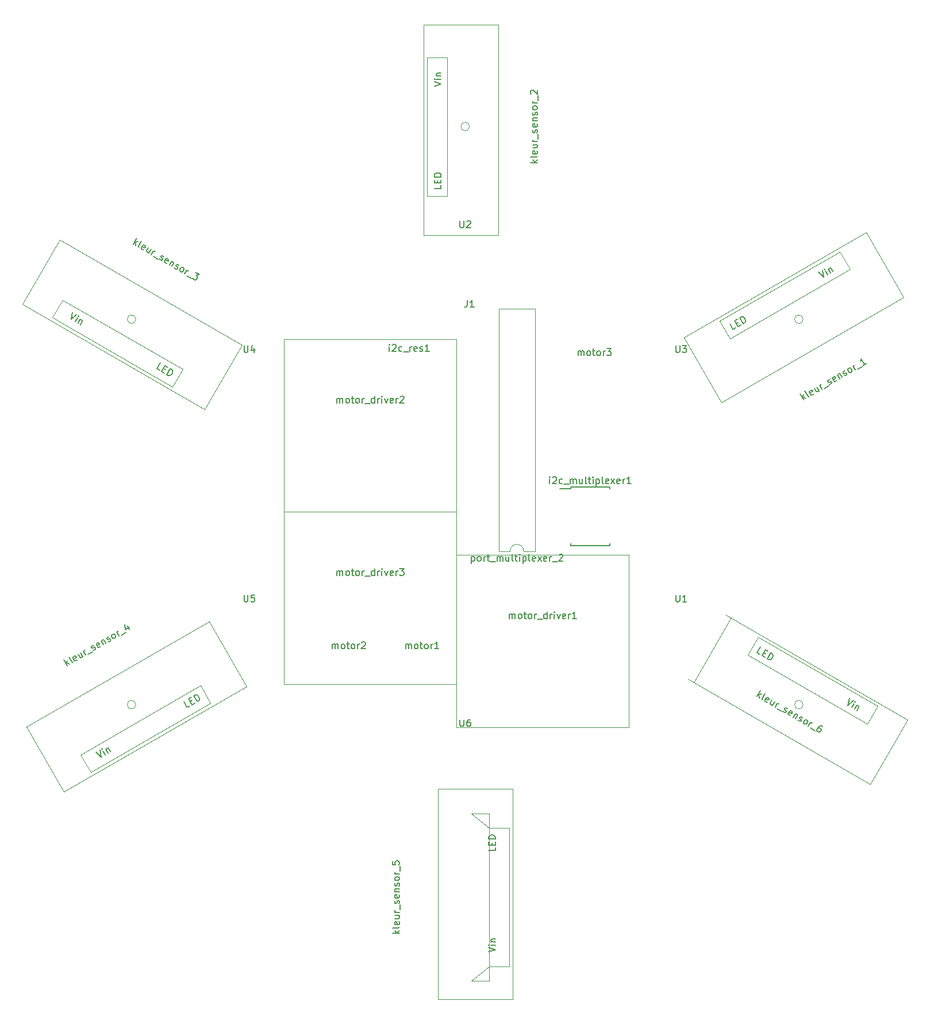
<source format=gbr>
%TF.GenerationSoftware,KiCad,Pcbnew,5.1.9+dfsg1-1+deb11u1*%
%TF.CreationDate,2024-06-24T23:38:04+02:00*%
%TF.ProjectId,pcb_onder,7063625f-6f6e-4646-9572-2e6b69636164,rev?*%
%TF.SameCoordinates,Original*%
%TF.FileFunction,Legend,Top*%
%TF.FilePolarity,Positive*%
%FSLAX46Y46*%
G04 Gerber Fmt 4.6, Leading zero omitted, Abs format (unit mm)*
G04 Created by KiCad (PCBNEW 5.1.9+dfsg1-1+deb11u1) date 2024-06-24 23:38:04*
%MOMM*%
%LPD*%
G01*
G04 APERTURE LIST*
%ADD10C,0.120000*%
%ADD11C,0.150000*%
G04 APERTURE END LIST*
D10*
%TO.C,kleur_sensor_6*%
X148012060Y-126708997D02*
X153512060Y-117182718D01*
X173992822Y-141708997D02*
X147146035Y-126208997D01*
X179492822Y-132182718D02*
X173992822Y-141708997D01*
X152646035Y-116682718D02*
X179492822Y-132182718D01*
X157418982Y-120015730D02*
X175085900Y-130215730D01*
X155918982Y-122613807D02*
X157418982Y-120015730D01*
X155918982Y-122613807D02*
X173585900Y-132813807D01*
X175085900Y-130215730D02*
X173585900Y-132813807D01*
X164081941Y-129974999D02*
G75*
G03*
X164081941Y-129974999I-635000J0D01*
G01*
%TO.C,kleur_sensor_1*%
X152035035Y-85458998D02*
X146535035Y-75932719D01*
X178881822Y-69958998D02*
X152035035Y-85458998D01*
X173381822Y-60432719D02*
X178881822Y-69958998D01*
X146535035Y-75932719D02*
X173381822Y-60432719D01*
X151807982Y-73465731D02*
X169474900Y-63265731D01*
X153307982Y-76063808D02*
X151807982Y-73465731D01*
X153307982Y-76063808D02*
X170974900Y-65863808D01*
X169474900Y-63265731D02*
X170974900Y-65863808D01*
X164081941Y-73225000D02*
G75*
G03*
X164081941Y-73225000I-635000J0D01*
G01*
%TO.C,kleur_sensor_4*%
X76564965Y-117741001D02*
X82064965Y-127267280D01*
X49718178Y-133241001D02*
X76564965Y-117741001D01*
X55218178Y-142767280D02*
X49718178Y-133241001D01*
X82064965Y-127267280D02*
X55218178Y-142767280D01*
X76792018Y-129734268D02*
X59125100Y-139934268D01*
X75292018Y-127136191D02*
X76792018Y-129734268D01*
X75292018Y-127136191D02*
X57625100Y-137336191D01*
X59125100Y-139934268D02*
X57625100Y-137336191D01*
X65788059Y-129974999D02*
G75*
G03*
X65788059Y-129974999I-635000J0D01*
G01*
%TO.C,kleur_sensor_2*%
X119189000Y-60850000D02*
X108189000Y-60850000D01*
X119189000Y-29850000D02*
X119189000Y-60850000D01*
X108189000Y-29850000D02*
X119189000Y-29850000D01*
X108189000Y-60850000D02*
X108189000Y-29850000D01*
X108689000Y-55050000D02*
X108689000Y-34650000D01*
X111689000Y-55050000D02*
X108689000Y-55050000D01*
X111689000Y-55050000D02*
X111689000Y-34650000D01*
X108689000Y-34650000D02*
X111689000Y-34650000D01*
X114935000Y-44850000D02*
G75*
G03*
X114935000Y-44850000I-635000J0D01*
G01*
%TO.C,kleur_sensor_3*%
X81453965Y-76991002D02*
X75953965Y-86517281D01*
X54607178Y-61491002D02*
X81453965Y-76991002D01*
X49107178Y-71017281D02*
X54607178Y-61491002D01*
X75953965Y-86517281D02*
X49107178Y-71017281D01*
X71181018Y-83184269D02*
X53514100Y-72984269D01*
X72681018Y-80586192D02*
X71181018Y-83184269D01*
X72681018Y-80586192D02*
X55014100Y-70386192D01*
X53514100Y-72984269D02*
X55014100Y-70386192D01*
X65788059Y-73225000D02*
G75*
G03*
X65788059Y-73225000I-635000J0D01*
G01*
%TO.C,kleur_sensor_5*%
X110300000Y-142350000D02*
X121300000Y-142350000D01*
X110300000Y-173350000D02*
X110300000Y-142350000D01*
X121300000Y-173350000D02*
X110300000Y-173350000D01*
X121300000Y-142350000D02*
X121300000Y-173350000D01*
X120800000Y-148150000D02*
X120800000Y-168550000D01*
X117800000Y-148150000D02*
X120800000Y-148150000D01*
X117800000Y-148150000D02*
X117800000Y-168550000D01*
X120800000Y-168550000D02*
X117800000Y-168550000D01*
X117800000Y-168550000D02*
X117800000Y-170650000D01*
X117800000Y-170650000D02*
X115200000Y-170650000D01*
X115200000Y-170650000D02*
X117800000Y-168550000D01*
X117800000Y-148150000D02*
X117800000Y-146050000D01*
X117800000Y-146050000D02*
X115200000Y-146050000D01*
X115200000Y-146050000D02*
X117800000Y-148150000D01*
%TO.C,port_multiplexer_2*%
X119270000Y-107375000D02*
X120920000Y-107375000D01*
X119270000Y-71695000D02*
X119270000Y-107375000D01*
X124570000Y-71695000D02*
X119270000Y-71695000D01*
X124570000Y-107375000D02*
X124570000Y-71695000D01*
X122920000Y-107375000D02*
X124570000Y-107375000D01*
X120920000Y-107375000D02*
G75*
G02*
X122920000Y-107375000I1000000J0D01*
G01*
%TO.C,motor_driver3*%
X87630000Y-127000000D02*
X87630000Y-101600000D01*
X113030000Y-127000000D02*
X87630000Y-127000000D01*
X113030000Y-101600000D02*
X113030000Y-127000000D01*
X100330000Y-101600000D02*
X113030000Y-101600000D01*
X100330000Y-101600000D02*
X87630000Y-101600000D01*
%TO.C,motor_driver2*%
X87630000Y-101600000D02*
X87630000Y-76200000D01*
X113030000Y-101600000D02*
X87630000Y-101600000D01*
X113030000Y-76200000D02*
X113030000Y-101600000D01*
X100330000Y-76200000D02*
X113030000Y-76200000D01*
X100330000Y-76200000D02*
X87630000Y-76200000D01*
%TO.C,motor_driver1*%
X113030000Y-133350000D02*
X113030000Y-107950000D01*
X138430000Y-133350000D02*
X113030000Y-133350000D01*
X138430000Y-107950000D02*
X138430000Y-133350000D01*
X125730000Y-107950000D02*
X138430000Y-107950000D01*
X125730000Y-107950000D02*
X113030000Y-107950000D01*
D11*
%TO.C,i2c_multiplexer1*%
X129840000Y-98135000D02*
X128240000Y-98135000D01*
X129840000Y-106560000D02*
X135590000Y-106560000D01*
X129840000Y-97910000D02*
X135590000Y-97910000D01*
X129840000Y-106560000D02*
X129840000Y-106260000D01*
X135590000Y-106560000D02*
X135590000Y-106260000D01*
X135590000Y-97910000D02*
X135590000Y-98210000D01*
X129840000Y-97910000D02*
X129840000Y-98135000D01*
%TO.C,kleur_sensor_6*%
X157278892Y-128769325D02*
X157778892Y-127903300D01*
X157551846Y-128487030D02*
X157608806Y-128959801D01*
X157942139Y-128382451D02*
X157421749Y-128521889D01*
X158103678Y-129245515D02*
X158045009Y-129156657D01*
X158051388Y-129050369D01*
X158479960Y-128308061D01*
X158787316Y-129585229D02*
X158681028Y-129578849D01*
X158516071Y-129483611D01*
X158457402Y-129394752D01*
X158463781Y-129288464D01*
X158654258Y-128958550D01*
X158743116Y-128899881D01*
X158849404Y-128906260D01*
X159014361Y-129001499D01*
X159073030Y-129090357D01*
X159066651Y-129196645D01*
X159019032Y-129279124D01*
X158559019Y-129123507D01*
X159880387Y-129501499D02*
X159547053Y-130078849D01*
X159509233Y-129287213D02*
X159247328Y-129740845D01*
X159240948Y-129847133D01*
X159299617Y-129935992D01*
X159423335Y-130007420D01*
X159529624Y-130013800D01*
X159594672Y-129996370D01*
X159959446Y-130316944D02*
X160292780Y-129739594D01*
X160197542Y-129904551D02*
X160286400Y-129845882D01*
X160351449Y-129828452D01*
X160457737Y-129834832D01*
X160540216Y-129882451D01*
X160241742Y-130589899D02*
X160901571Y-130970851D01*
X161137956Y-130942371D02*
X161196625Y-131031230D01*
X161361583Y-131126468D01*
X161467871Y-131132848D01*
X161556729Y-131074179D01*
X161580539Y-131032939D01*
X161586918Y-130926651D01*
X161528249Y-130837793D01*
X161404531Y-130766364D01*
X161345862Y-130677506D01*
X161352242Y-130571218D01*
X161376052Y-130529978D01*
X161464910Y-130471309D01*
X161571198Y-130477689D01*
X161694916Y-130549118D01*
X161753585Y-130637976D01*
X162210178Y-131561419D02*
X162103890Y-131555039D01*
X161938933Y-131459801D01*
X161880264Y-131370943D01*
X161886644Y-131264655D01*
X162077120Y-130934740D01*
X162165978Y-130876071D01*
X162272266Y-130882451D01*
X162437224Y-130977689D01*
X162495893Y-131066547D01*
X162489513Y-131172835D01*
X162441894Y-131255314D01*
X161981882Y-131099697D01*
X162932095Y-131263403D02*
X162598762Y-131840754D01*
X162884476Y-131345882D02*
X162949525Y-131328452D01*
X163055813Y-131334832D01*
X163179531Y-131406260D01*
X163238200Y-131495119D01*
X163231820Y-131601407D01*
X162969916Y-132055039D01*
X163364879Y-132228086D02*
X163423548Y-132316944D01*
X163588505Y-132412182D01*
X163694793Y-132418562D01*
X163783652Y-132359893D01*
X163807461Y-132318653D01*
X163813841Y-132212365D01*
X163755172Y-132123507D01*
X163631454Y-132052078D01*
X163572785Y-131963220D01*
X163579165Y-131856932D01*
X163602974Y-131815693D01*
X163691832Y-131757024D01*
X163798121Y-131763403D01*
X163921839Y-131834832D01*
X163980508Y-131923690D01*
X164207095Y-132769325D02*
X164148426Y-132680467D01*
X164130996Y-132615418D01*
X164137376Y-132509130D01*
X164280233Y-132261694D01*
X164369091Y-132203025D01*
X164434140Y-132185595D01*
X164540428Y-132191975D01*
X164664146Y-132263403D01*
X164722815Y-132352262D01*
X164740245Y-132417310D01*
X164733865Y-132523599D01*
X164591008Y-132771034D01*
X164502150Y-132829704D01*
X164437101Y-132847133D01*
X164330813Y-132840754D01*
X164207095Y-132769325D01*
X164866924Y-133150277D02*
X165200257Y-132572927D01*
X165105019Y-132737884D02*
X165193877Y-132679215D01*
X165258926Y-132661785D01*
X165365214Y-132668165D01*
X165447693Y-132715784D01*
X165149219Y-133423232D02*
X165809048Y-133804185D01*
X166934017Y-133189014D02*
X166769060Y-133093776D01*
X166662772Y-133087396D01*
X166597723Y-133104826D01*
X166443816Y-133180925D01*
X166307338Y-133322072D01*
X166116862Y-133651987D01*
X166110483Y-133758275D01*
X166127912Y-133823324D01*
X166186581Y-133912182D01*
X166351539Y-134007420D01*
X166457827Y-134013800D01*
X166522876Y-133996370D01*
X166611734Y-133937701D01*
X166730782Y-133731505D01*
X166737161Y-133625216D01*
X166719732Y-133560168D01*
X166661062Y-133471309D01*
X166496105Y-133376071D01*
X166389817Y-133369691D01*
X166324768Y-133387121D01*
X166235910Y-133445790D01*
X170896283Y-129024740D02*
X170684958Y-130057432D01*
X171473633Y-129358073D01*
X171262308Y-130390765D02*
X171595642Y-129813415D01*
X171762308Y-129524740D02*
X171697260Y-129542170D01*
X171714689Y-129607218D01*
X171779738Y-129589789D01*
X171762308Y-129524740D01*
X171714689Y-129607218D01*
X172008035Y-130051510D02*
X171674701Y-130628860D01*
X171960416Y-130133989D02*
X172025465Y-130116559D01*
X172131753Y-130122939D01*
X172255471Y-130194367D01*
X172314140Y-130283226D01*
X172307760Y-130389514D01*
X172045855Y-130843146D01*
X157735816Y-122581241D02*
X157323423Y-122343146D01*
X157823423Y-121477121D01*
X158286396Y-122294276D02*
X158575071Y-122460942D01*
X158436885Y-122986003D02*
X158024492Y-122747908D01*
X158524492Y-121881883D01*
X158936885Y-122119978D01*
X158808038Y-123200289D02*
X159308038Y-122334264D01*
X159514235Y-122453311D01*
X159614143Y-122565979D01*
X159649003Y-122696077D01*
X159642623Y-122802365D01*
X159588624Y-122991132D01*
X159517196Y-123114849D01*
X159380718Y-123255997D01*
X159291860Y-123314666D01*
X159161762Y-123349526D01*
X159014235Y-123319337D01*
X158808038Y-123200289D01*
%TO.C,kleur_sensor_1*%
X164154948Y-85070353D02*
X163654948Y-84204327D01*
X164046951Y-84692819D02*
X164484863Y-84879877D01*
X164151530Y-84302526D02*
X164012091Y-84822917D01*
X164979735Y-84594162D02*
X164873446Y-84600542D01*
X164784588Y-84541873D01*
X164356017Y-83799565D01*
X165615754Y-84171971D02*
X165557085Y-84260829D01*
X165392128Y-84356067D01*
X165285839Y-84362447D01*
X165196981Y-84303778D01*
X165006505Y-83973863D01*
X165000125Y-83867575D01*
X165058794Y-83778717D01*
X165223752Y-83683479D01*
X165330040Y-83677099D01*
X165418898Y-83735768D01*
X165466517Y-83818247D01*
X165101743Y-84138821D01*
X166089777Y-83183479D02*
X166423110Y-83760829D01*
X165718623Y-83397764D02*
X165980528Y-83851397D01*
X166069386Y-83910066D01*
X166175674Y-83903686D01*
X166299392Y-83832258D01*
X166358061Y-83743399D01*
X166375491Y-83678350D01*
X166835503Y-83522734D02*
X166502170Y-82945383D01*
X166597408Y-83110341D02*
X166591028Y-83004053D01*
X166608458Y-82939004D01*
X166667127Y-82850145D01*
X166749606Y-82802526D01*
X167213037Y-83414736D02*
X167872866Y-83033784D01*
X167966394Y-82814828D02*
X168072682Y-82808448D01*
X168237640Y-82713210D01*
X168296309Y-82624352D01*
X168289929Y-82518063D01*
X168266119Y-82476824D01*
X168177261Y-82418155D01*
X168070973Y-82424535D01*
X167947255Y-82495963D01*
X167840967Y-82502343D01*
X167752109Y-82443674D01*
X167728299Y-82402435D01*
X167721919Y-82296147D01*
X167780588Y-82207288D01*
X167904306Y-82135860D01*
X168010594Y-82129480D01*
X169038616Y-82195780D02*
X168979947Y-82284639D01*
X168814990Y-82379877D01*
X168708702Y-82386256D01*
X168619843Y-82327587D01*
X168429367Y-81997673D01*
X168422988Y-81891385D01*
X168481657Y-81802526D01*
X168646614Y-81707288D01*
X168752902Y-81700909D01*
X168841760Y-81759578D01*
X168889379Y-81842056D01*
X168524605Y-82162630D01*
X169141485Y-81421574D02*
X169474819Y-81998924D01*
X169189105Y-81504053D02*
X169206534Y-81439004D01*
X169265203Y-81350145D01*
X169388921Y-81278717D01*
X169495209Y-81272337D01*
X169584068Y-81331006D01*
X169845973Y-81784639D01*
X170193317Y-81529113D02*
X170299605Y-81522734D01*
X170464562Y-81427496D01*
X170523231Y-81338637D01*
X170516851Y-81232349D01*
X170493042Y-81191110D01*
X170404184Y-81132441D01*
X170297895Y-81138821D01*
X170174178Y-81210249D01*
X170067889Y-81216629D01*
X169979031Y-81157960D01*
X169955222Y-81116720D01*
X169948842Y-81010432D01*
X170007511Y-80921574D01*
X170131229Y-80850145D01*
X170237517Y-80843766D01*
X171083152Y-81070353D02*
X170976864Y-81076733D01*
X170911815Y-81059303D01*
X170822956Y-81000634D01*
X170680099Y-80753198D01*
X170673720Y-80646910D01*
X170691149Y-80581861D01*
X170749818Y-80493003D01*
X170873536Y-80421574D01*
X170979824Y-80415194D01*
X171044873Y-80432624D01*
X171133732Y-80491293D01*
X171276589Y-80738729D01*
X171282968Y-80845017D01*
X171265539Y-80910066D01*
X171206870Y-80998924D01*
X171083152Y-81070353D01*
X171742981Y-80689400D02*
X171409647Y-80112050D01*
X171504885Y-80277007D02*
X171498506Y-80170719D01*
X171515935Y-80105670D01*
X171574604Y-80016812D01*
X171657083Y-79969193D01*
X172120514Y-80581403D02*
X172780343Y-80200450D01*
X173392553Y-79737019D02*
X172897681Y-80022734D01*
X173145117Y-79879877D02*
X172645117Y-79013851D01*
X172634067Y-79185188D01*
X172599207Y-79315286D01*
X172540538Y-79404144D01*
X166348664Y-66298550D02*
X167137339Y-66997909D01*
X166926014Y-65965217D01*
X167714689Y-66664576D02*
X167381356Y-66087225D01*
X167214689Y-65798550D02*
X167197260Y-65863599D01*
X167262308Y-65881029D01*
X167279738Y-65815980D01*
X167214689Y-65798550D01*
X167262308Y-65881029D01*
X167793749Y-65849130D02*
X168127082Y-66426480D01*
X167841368Y-65931609D02*
X167858798Y-65866560D01*
X167917467Y-65777702D01*
X168041185Y-65706273D01*
X168147473Y-65699893D01*
X168236331Y-65758562D01*
X168498236Y-66212195D01*
X154188197Y-74474099D02*
X153775804Y-74712195D01*
X153275804Y-73846169D01*
X154214968Y-73853800D02*
X154503643Y-73687134D01*
X154889266Y-74069338D02*
X154476872Y-74307433D01*
X153976872Y-73441407D01*
X154389266Y-73203312D01*
X155260419Y-73855052D02*
X154760419Y-72989026D01*
X154966616Y-72869979D01*
X155114143Y-72839790D01*
X155244241Y-72874649D01*
X155333099Y-72933318D01*
X155469577Y-73074466D01*
X155541005Y-73198184D01*
X155595004Y-73386951D01*
X155601384Y-73493239D01*
X155566524Y-73623336D01*
X155466616Y-73736004D01*
X155260419Y-73855052D01*
%TO.C,kleur_sensor_4*%
X55701066Y-124222716D02*
X55201066Y-123356690D01*
X55593069Y-123845182D02*
X56030981Y-124032240D01*
X55697648Y-123454889D02*
X55558209Y-123975280D01*
X56525853Y-123746525D02*
X56419564Y-123752905D01*
X56330706Y-123694236D01*
X55902135Y-122951928D01*
X57161872Y-123324334D02*
X57103203Y-123413192D01*
X56938246Y-123508430D01*
X56831957Y-123514810D01*
X56743099Y-123456141D01*
X56552623Y-123126226D01*
X56546243Y-123019938D01*
X56604912Y-122931080D01*
X56769870Y-122835842D01*
X56876158Y-122829462D01*
X56965016Y-122888131D01*
X57012635Y-122970610D01*
X56647861Y-123291184D01*
X57635895Y-122335842D02*
X57969228Y-122913192D01*
X57264741Y-122550127D02*
X57526646Y-123003760D01*
X57615504Y-123062429D01*
X57721792Y-123056049D01*
X57845510Y-122984621D01*
X57904179Y-122895762D01*
X57921609Y-122830713D01*
X58381621Y-122675097D02*
X58048288Y-122097746D01*
X58143526Y-122262704D02*
X58137146Y-122156416D01*
X58154576Y-122091367D01*
X58213245Y-122002508D01*
X58295724Y-121954889D01*
X58759155Y-122567099D02*
X59418984Y-122186147D01*
X59512512Y-121967191D02*
X59618800Y-121960811D01*
X59783758Y-121865573D01*
X59842427Y-121776715D01*
X59836047Y-121670426D01*
X59812237Y-121629187D01*
X59723379Y-121570518D01*
X59617091Y-121576898D01*
X59493373Y-121648326D01*
X59387085Y-121654706D01*
X59298227Y-121596037D01*
X59274417Y-121554798D01*
X59268037Y-121448510D01*
X59326706Y-121359651D01*
X59450424Y-121288223D01*
X59556712Y-121281843D01*
X60584734Y-121348143D02*
X60526065Y-121437002D01*
X60361108Y-121532240D01*
X60254820Y-121538619D01*
X60165961Y-121479950D01*
X59975485Y-121150036D01*
X59969106Y-121043748D01*
X60027775Y-120954889D01*
X60192732Y-120859651D01*
X60299020Y-120853272D01*
X60387878Y-120911941D01*
X60435497Y-120994419D01*
X60070723Y-121314993D01*
X60687603Y-120573937D02*
X61020937Y-121151287D01*
X60735223Y-120656416D02*
X60752652Y-120591367D01*
X60811321Y-120502508D01*
X60935039Y-120431080D01*
X61041327Y-120424700D01*
X61130186Y-120483369D01*
X61392091Y-120937002D01*
X61739435Y-120681476D02*
X61845723Y-120675097D01*
X62010680Y-120579859D01*
X62069349Y-120491000D01*
X62062969Y-120384712D01*
X62039160Y-120343473D01*
X61950302Y-120284804D01*
X61844013Y-120291184D01*
X61720296Y-120362612D01*
X61614007Y-120368992D01*
X61525149Y-120310323D01*
X61501340Y-120269083D01*
X61494960Y-120162795D01*
X61553629Y-120073937D01*
X61677347Y-120002508D01*
X61783635Y-119996129D01*
X62629270Y-120222716D02*
X62522982Y-120229096D01*
X62457933Y-120211666D01*
X62369074Y-120152997D01*
X62226217Y-119905561D01*
X62219838Y-119799273D01*
X62237267Y-119734224D01*
X62295936Y-119645366D01*
X62419654Y-119573937D01*
X62525942Y-119567557D01*
X62590991Y-119584987D01*
X62679850Y-119643656D01*
X62822707Y-119891092D01*
X62829086Y-119997380D01*
X62811657Y-120062429D01*
X62752988Y-120151287D01*
X62629270Y-120222716D01*
X63289099Y-119841763D02*
X62955765Y-119264413D01*
X63051003Y-119429370D02*
X63044624Y-119323082D01*
X63062053Y-119258033D01*
X63120722Y-119169175D01*
X63203201Y-119121556D01*
X63666632Y-119733766D02*
X64326461Y-119352813D01*
X64522859Y-118359651D02*
X64856192Y-118937002D01*
X64126186Y-118148784D02*
X64277132Y-118886422D01*
X64813243Y-118576898D01*
X59930426Y-136976753D02*
X60719101Y-137676112D01*
X60507776Y-136643420D01*
X61296451Y-137342779D02*
X60963118Y-136765428D01*
X60796451Y-136476753D02*
X60779022Y-136541802D01*
X60844070Y-136559232D01*
X60861500Y-136494183D01*
X60796451Y-136476753D01*
X60844070Y-136559232D01*
X61375511Y-136527333D02*
X61708844Y-137104683D01*
X61423130Y-136609812D02*
X61440560Y-136544763D01*
X61499229Y-136455905D01*
X61622947Y-136384476D01*
X61729235Y-136378096D01*
X61818093Y-136436765D01*
X62079998Y-136890398D01*
X73750721Y-130152302D02*
X73338328Y-130390398D01*
X72838328Y-129524372D01*
X73777492Y-129532003D02*
X74066167Y-129365337D01*
X74451790Y-129747541D02*
X74039396Y-129985636D01*
X73539396Y-129119610D01*
X73951790Y-128881515D01*
X74822943Y-129533255D02*
X74322943Y-128667229D01*
X74529140Y-128548182D01*
X74676667Y-128517993D01*
X74806765Y-128552852D01*
X74895623Y-128611521D01*
X75032101Y-128752669D01*
X75103529Y-128876387D01*
X75157528Y-129065154D01*
X75163908Y-129171442D01*
X75129048Y-129301539D01*
X75029140Y-129414207D01*
X74822943Y-129533255D01*
%TO.C,kleur_sensor_2*%
X124912380Y-50159523D02*
X123912380Y-50159523D01*
X124531428Y-50064285D02*
X124912380Y-49778571D01*
X124245714Y-49778571D02*
X124626666Y-50159523D01*
X124912380Y-49207142D02*
X124864761Y-49302380D01*
X124769523Y-49350000D01*
X123912380Y-49350000D01*
X124864761Y-48445238D02*
X124912380Y-48540476D01*
X124912380Y-48730952D01*
X124864761Y-48826190D01*
X124769523Y-48873809D01*
X124388571Y-48873809D01*
X124293333Y-48826190D01*
X124245714Y-48730952D01*
X124245714Y-48540476D01*
X124293333Y-48445238D01*
X124388571Y-48397619D01*
X124483809Y-48397619D01*
X124579047Y-48873809D01*
X124245714Y-47540476D02*
X124912380Y-47540476D01*
X124245714Y-47969047D02*
X124769523Y-47969047D01*
X124864761Y-47921428D01*
X124912380Y-47826190D01*
X124912380Y-47683333D01*
X124864761Y-47588095D01*
X124817142Y-47540476D01*
X124912380Y-47064285D02*
X124245714Y-47064285D01*
X124436190Y-47064285D02*
X124340952Y-47016666D01*
X124293333Y-46969047D01*
X124245714Y-46873809D01*
X124245714Y-46778571D01*
X125007619Y-46683333D02*
X125007619Y-45921428D01*
X124864761Y-45730952D02*
X124912380Y-45635714D01*
X124912380Y-45445238D01*
X124864761Y-45350000D01*
X124769523Y-45302380D01*
X124721904Y-45302380D01*
X124626666Y-45350000D01*
X124579047Y-45445238D01*
X124579047Y-45588095D01*
X124531428Y-45683333D01*
X124436190Y-45730952D01*
X124388571Y-45730952D01*
X124293333Y-45683333D01*
X124245714Y-45588095D01*
X124245714Y-45445238D01*
X124293333Y-45350000D01*
X124864761Y-44492857D02*
X124912380Y-44588095D01*
X124912380Y-44778571D01*
X124864761Y-44873809D01*
X124769523Y-44921428D01*
X124388571Y-44921428D01*
X124293333Y-44873809D01*
X124245714Y-44778571D01*
X124245714Y-44588095D01*
X124293333Y-44492857D01*
X124388571Y-44445238D01*
X124483809Y-44445238D01*
X124579047Y-44921428D01*
X124245714Y-44016666D02*
X124912380Y-44016666D01*
X124340952Y-44016666D02*
X124293333Y-43969047D01*
X124245714Y-43873809D01*
X124245714Y-43730952D01*
X124293333Y-43635714D01*
X124388571Y-43588095D01*
X124912380Y-43588095D01*
X124864761Y-43159523D02*
X124912380Y-43064285D01*
X124912380Y-42873809D01*
X124864761Y-42778571D01*
X124769523Y-42730952D01*
X124721904Y-42730952D01*
X124626666Y-42778571D01*
X124579047Y-42873809D01*
X124579047Y-43016666D01*
X124531428Y-43111904D01*
X124436190Y-43159523D01*
X124388571Y-43159523D01*
X124293333Y-43111904D01*
X124245714Y-43016666D01*
X124245714Y-42873809D01*
X124293333Y-42778571D01*
X124912380Y-42159523D02*
X124864761Y-42254761D01*
X124817142Y-42302380D01*
X124721904Y-42350000D01*
X124436190Y-42350000D01*
X124340952Y-42302380D01*
X124293333Y-42254761D01*
X124245714Y-42159523D01*
X124245714Y-42016666D01*
X124293333Y-41921428D01*
X124340952Y-41873809D01*
X124436190Y-41826190D01*
X124721904Y-41826190D01*
X124817142Y-41873809D01*
X124864761Y-41921428D01*
X124912380Y-42016666D01*
X124912380Y-42159523D01*
X124912380Y-41397619D02*
X124245714Y-41397619D01*
X124436190Y-41397619D02*
X124340952Y-41350000D01*
X124293333Y-41302380D01*
X124245714Y-41207142D01*
X124245714Y-41111904D01*
X125007619Y-41016666D02*
X125007619Y-40254761D01*
X124007619Y-40064285D02*
X123960000Y-40016666D01*
X123912380Y-39921428D01*
X123912380Y-39683333D01*
X123960000Y-39588095D01*
X124007619Y-39540476D01*
X124102857Y-39492857D01*
X124198095Y-39492857D01*
X124340952Y-39540476D01*
X124912380Y-40111904D01*
X124912380Y-39492857D01*
X109752380Y-38873809D02*
X110752380Y-38540476D01*
X109752380Y-38207142D01*
X110752380Y-37873809D02*
X110085714Y-37873809D01*
X109752380Y-37873809D02*
X109800000Y-37921428D01*
X109847619Y-37873809D01*
X109800000Y-37826190D01*
X109752380Y-37873809D01*
X109847619Y-37873809D01*
X110085714Y-37397619D02*
X110752380Y-37397619D01*
X110180952Y-37397619D02*
X110133333Y-37350000D01*
X110085714Y-37254761D01*
X110085714Y-37111904D01*
X110133333Y-37016666D01*
X110228571Y-36969047D01*
X110752380Y-36969047D01*
X110752380Y-53492857D02*
X110752380Y-53969047D01*
X109752380Y-53969047D01*
X110228571Y-53159523D02*
X110228571Y-52826190D01*
X110752380Y-52683333D02*
X110752380Y-53159523D01*
X109752380Y-53159523D01*
X109752380Y-52683333D01*
X110752380Y-52254761D02*
X109752380Y-52254761D01*
X109752380Y-52016666D01*
X109800000Y-51873809D01*
X109895238Y-51778571D01*
X109990476Y-51730952D01*
X110180952Y-51683333D01*
X110323809Y-51683333D01*
X110514285Y-51730952D01*
X110609523Y-51778571D01*
X110704761Y-51873809D01*
X110752380Y-52016666D01*
X110752380Y-52254761D01*
%TO.C,kleur_sensor_3*%
X65408686Y-62163193D02*
X65908686Y-61297168D01*
X65681640Y-61880898D02*
X65738600Y-62353669D01*
X66071933Y-61776319D02*
X65551543Y-61915757D01*
X66233472Y-62639383D02*
X66174803Y-62550525D01*
X66181182Y-62444237D01*
X66609754Y-61701929D01*
X66917110Y-62979097D02*
X66810822Y-62972717D01*
X66645865Y-62877479D01*
X66587196Y-62788620D01*
X66593575Y-62682332D01*
X66784052Y-62352418D01*
X66872910Y-62293749D01*
X66979198Y-62300128D01*
X67144155Y-62395367D01*
X67202824Y-62484225D01*
X67196445Y-62590513D01*
X67148826Y-62672992D01*
X66688813Y-62517375D01*
X68010181Y-62895367D02*
X67676847Y-63472717D01*
X67639027Y-62681081D02*
X67377122Y-63134713D01*
X67370742Y-63241001D01*
X67429411Y-63329860D01*
X67553129Y-63401288D01*
X67659418Y-63407668D01*
X67724466Y-63390238D01*
X68089240Y-63710812D02*
X68422574Y-63133462D01*
X68327336Y-63298419D02*
X68416194Y-63239750D01*
X68481243Y-63222320D01*
X68587531Y-63228700D01*
X68670010Y-63276319D01*
X68371536Y-63983767D02*
X69031365Y-64364719D01*
X69267750Y-64336239D02*
X69326419Y-64425098D01*
X69491377Y-64520336D01*
X69597665Y-64526716D01*
X69686523Y-64468047D01*
X69710333Y-64426807D01*
X69716712Y-64320519D01*
X69658043Y-64231661D01*
X69534325Y-64160232D01*
X69475656Y-64071374D01*
X69482036Y-63965086D01*
X69505846Y-63923846D01*
X69594704Y-63865177D01*
X69700992Y-63871557D01*
X69824710Y-63942986D01*
X69883379Y-64031844D01*
X70339972Y-64955287D02*
X70233684Y-64948907D01*
X70068727Y-64853669D01*
X70010058Y-64764811D01*
X70016438Y-64658523D01*
X70206914Y-64328608D01*
X70295772Y-64269939D01*
X70402060Y-64276319D01*
X70567018Y-64371557D01*
X70625687Y-64460415D01*
X70619307Y-64566703D01*
X70571688Y-64649182D01*
X70111676Y-64493565D01*
X71061889Y-64657271D02*
X70728556Y-65234622D01*
X71014270Y-64739750D02*
X71079319Y-64722320D01*
X71185607Y-64728700D01*
X71309325Y-64800128D01*
X71367994Y-64888987D01*
X71361614Y-64995275D01*
X71099710Y-65448907D01*
X71494673Y-65621954D02*
X71553342Y-65710812D01*
X71718299Y-65806050D01*
X71824587Y-65812430D01*
X71913446Y-65753761D01*
X71937255Y-65712521D01*
X71943635Y-65606233D01*
X71884966Y-65517375D01*
X71761248Y-65445946D01*
X71702579Y-65357088D01*
X71708959Y-65250800D01*
X71732768Y-65209561D01*
X71821626Y-65150892D01*
X71927915Y-65157271D01*
X72051633Y-65228700D01*
X72110302Y-65317558D01*
X72336889Y-66163193D02*
X72278220Y-66074335D01*
X72260790Y-66009286D01*
X72267170Y-65902998D01*
X72410027Y-65655562D01*
X72498885Y-65596893D01*
X72563934Y-65579463D01*
X72670222Y-65585843D01*
X72793940Y-65657271D01*
X72852609Y-65746130D01*
X72870039Y-65811178D01*
X72863659Y-65917467D01*
X72720802Y-66164902D01*
X72631944Y-66223572D01*
X72566895Y-66241001D01*
X72460607Y-66234622D01*
X72336889Y-66163193D01*
X72996718Y-66544145D02*
X73330051Y-65966795D01*
X73234813Y-66131752D02*
X73323671Y-66073083D01*
X73388720Y-66055653D01*
X73495008Y-66062033D01*
X73577487Y-66109652D01*
X73279013Y-66817100D02*
X73938842Y-67198053D01*
X74610179Y-66320977D02*
X75146290Y-66630501D01*
X74667139Y-66793749D01*
X74790856Y-66865177D01*
X74849526Y-66954036D01*
X74866955Y-67019084D01*
X74860576Y-67125373D01*
X74741528Y-67331569D01*
X74652670Y-67390238D01*
X74587621Y-67407668D01*
X74481333Y-67401288D01*
X74233897Y-67258431D01*
X74175228Y-67169573D01*
X74157798Y-67104524D01*
X56478045Y-72202945D02*
X56266720Y-73235637D01*
X57055395Y-72536278D01*
X56844070Y-73568970D02*
X57177404Y-72991620D01*
X57344070Y-72702945D02*
X57279022Y-72720375D01*
X57296451Y-72785423D01*
X57361500Y-72767994D01*
X57344070Y-72702945D01*
X57296451Y-72785423D01*
X57589797Y-73229715D02*
X57256463Y-73807065D01*
X57542178Y-73312194D02*
X57607227Y-73294764D01*
X57713515Y-73301144D01*
X57837233Y-73372572D01*
X57895902Y-73461431D01*
X57889522Y-73567719D01*
X57627617Y-74021351D01*
X69298340Y-80759446D02*
X68885947Y-80521351D01*
X69385947Y-79655326D01*
X69848920Y-80472481D02*
X70137595Y-80639147D01*
X69999409Y-81164208D02*
X69587016Y-80926113D01*
X70087016Y-80060088D01*
X70499409Y-80298183D01*
X70370562Y-81378494D02*
X70870562Y-80512469D01*
X71076759Y-80631516D01*
X71176667Y-80744184D01*
X71211527Y-80874282D01*
X71205147Y-80980570D01*
X71151148Y-81169337D01*
X71079720Y-81293054D01*
X70943242Y-81434202D01*
X70854384Y-81492871D01*
X70724286Y-81527731D01*
X70576759Y-81497542D01*
X70370562Y-81378494D01*
%TO.C,U6*%
X113538095Y-132171380D02*
X113538095Y-132980904D01*
X113585714Y-133076142D01*
X113633333Y-133123761D01*
X113728571Y-133171380D01*
X113919047Y-133171380D01*
X114014285Y-133123761D01*
X114061904Y-133076142D01*
X114109523Y-132980904D01*
X114109523Y-132171380D01*
X115014285Y-132171380D02*
X114823809Y-132171380D01*
X114728571Y-132219000D01*
X114680952Y-132266619D01*
X114585714Y-132409476D01*
X114538095Y-132599952D01*
X114538095Y-132980904D01*
X114585714Y-133076142D01*
X114633333Y-133123761D01*
X114728571Y-133171380D01*
X114919047Y-133171380D01*
X115014285Y-133123761D01*
X115061904Y-133076142D01*
X115109523Y-132980904D01*
X115109523Y-132742809D01*
X115061904Y-132647571D01*
X115014285Y-132599952D01*
X114919047Y-132552333D01*
X114728571Y-132552333D01*
X114633333Y-132599952D01*
X114585714Y-132647571D01*
X114538095Y-132742809D01*
%TO.C,U5*%
X81741973Y-113813879D02*
X81741973Y-114623403D01*
X81789592Y-114718641D01*
X81837211Y-114766260D01*
X81932449Y-114813879D01*
X82122925Y-114813879D01*
X82218163Y-114766260D01*
X82265782Y-114718641D01*
X82313401Y-114623403D01*
X82313401Y-113813879D01*
X83265782Y-113813879D02*
X82789592Y-113813879D01*
X82741973Y-114290070D01*
X82789592Y-114242451D01*
X82884830Y-114194832D01*
X83122925Y-114194832D01*
X83218163Y-114242451D01*
X83265782Y-114290070D01*
X83313401Y-114385308D01*
X83313401Y-114623403D01*
X83265782Y-114718641D01*
X83218163Y-114766260D01*
X83122925Y-114813879D01*
X82884830Y-114813879D01*
X82789592Y-114766260D01*
X82741973Y-114718641D01*
%TO.C,U4*%
X81741973Y-77098880D02*
X81741973Y-77908404D01*
X81789592Y-78003642D01*
X81837211Y-78051261D01*
X81932449Y-78098880D01*
X82122925Y-78098880D01*
X82218163Y-78051261D01*
X82265782Y-78003642D01*
X82313401Y-77908404D01*
X82313401Y-77098880D01*
X83218163Y-77432214D02*
X83218163Y-78098880D01*
X82980068Y-77051261D02*
X82741973Y-77765547D01*
X83361020Y-77765547D01*
%TO.C,U3*%
X145334217Y-77098881D02*
X145334217Y-77908405D01*
X145381836Y-78003643D01*
X145429455Y-78051262D01*
X145524693Y-78098881D01*
X145715169Y-78098881D01*
X145810407Y-78051262D01*
X145858026Y-78003643D01*
X145905645Y-77908405D01*
X145905645Y-77098881D01*
X146286598Y-77098881D02*
X146905645Y-77098881D01*
X146572312Y-77479834D01*
X146715169Y-77479834D01*
X146810407Y-77527453D01*
X146858026Y-77575072D01*
X146905645Y-77670310D01*
X146905645Y-77908405D01*
X146858026Y-78003643D01*
X146810407Y-78051262D01*
X146715169Y-78098881D01*
X146429455Y-78098881D01*
X146334217Y-78051262D01*
X146286598Y-78003643D01*
%TO.C,U2*%
X113538095Y-58741380D02*
X113538095Y-59550904D01*
X113585714Y-59646142D01*
X113633333Y-59693761D01*
X113728571Y-59741380D01*
X113919047Y-59741380D01*
X114014285Y-59693761D01*
X114061904Y-59646142D01*
X114109523Y-59550904D01*
X114109523Y-58741380D01*
X114538095Y-58836619D02*
X114585714Y-58789000D01*
X114680952Y-58741380D01*
X114919047Y-58741380D01*
X115014285Y-58789000D01*
X115061904Y-58836619D01*
X115109523Y-58931857D01*
X115109523Y-59027095D01*
X115061904Y-59169952D01*
X114490476Y-59741380D01*
X115109523Y-59741380D01*
%TO.C,U1*%
X145334217Y-113813879D02*
X145334217Y-114623403D01*
X145381836Y-114718641D01*
X145429455Y-114766260D01*
X145524693Y-114813879D01*
X145715169Y-114813879D01*
X145810407Y-114766260D01*
X145858026Y-114718641D01*
X145905645Y-114623403D01*
X145905645Y-113813879D01*
X146905645Y-114813879D02*
X146334217Y-114813879D01*
X146619931Y-114813879D02*
X146619931Y-113813879D01*
X146524693Y-113956737D01*
X146429455Y-114051975D01*
X146334217Y-114099594D01*
%TO.C,i2c_res1*%
X103140238Y-77922380D02*
X103140238Y-77255714D01*
X103140238Y-76922380D02*
X103092619Y-76970000D01*
X103140238Y-77017619D01*
X103187857Y-76970000D01*
X103140238Y-76922380D01*
X103140238Y-77017619D01*
X103568809Y-77017619D02*
X103616428Y-76970000D01*
X103711666Y-76922380D01*
X103949761Y-76922380D01*
X104045000Y-76970000D01*
X104092619Y-77017619D01*
X104140238Y-77112857D01*
X104140238Y-77208095D01*
X104092619Y-77350952D01*
X103521190Y-77922380D01*
X104140238Y-77922380D01*
X104997380Y-77874761D02*
X104902142Y-77922380D01*
X104711666Y-77922380D01*
X104616428Y-77874761D01*
X104568809Y-77827142D01*
X104521190Y-77731904D01*
X104521190Y-77446190D01*
X104568809Y-77350952D01*
X104616428Y-77303333D01*
X104711666Y-77255714D01*
X104902142Y-77255714D01*
X104997380Y-77303333D01*
X105187857Y-78017619D02*
X105949761Y-78017619D01*
X106187857Y-77922380D02*
X106187857Y-77255714D01*
X106187857Y-77446190D02*
X106235476Y-77350952D01*
X106283095Y-77303333D01*
X106378333Y-77255714D01*
X106473571Y-77255714D01*
X107187857Y-77874761D02*
X107092619Y-77922380D01*
X106902142Y-77922380D01*
X106806904Y-77874761D01*
X106759285Y-77779523D01*
X106759285Y-77398571D01*
X106806904Y-77303333D01*
X106902142Y-77255714D01*
X107092619Y-77255714D01*
X107187857Y-77303333D01*
X107235476Y-77398571D01*
X107235476Y-77493809D01*
X106759285Y-77589047D01*
X107616428Y-77874761D02*
X107711666Y-77922380D01*
X107902142Y-77922380D01*
X107997380Y-77874761D01*
X108045000Y-77779523D01*
X108045000Y-77731904D01*
X107997380Y-77636666D01*
X107902142Y-77589047D01*
X107759285Y-77589047D01*
X107664047Y-77541428D01*
X107616428Y-77446190D01*
X107616428Y-77398571D01*
X107664047Y-77303333D01*
X107759285Y-77255714D01*
X107902142Y-77255714D01*
X107997380Y-77303333D01*
X108997380Y-77922380D02*
X108425952Y-77922380D01*
X108711666Y-77922380D02*
X108711666Y-76922380D01*
X108616428Y-77065238D01*
X108521190Y-77160476D01*
X108425952Y-77208095D01*
%TO.C,kleur_sensor_5*%
X104592380Y-163659523D02*
X103592380Y-163659523D01*
X104211428Y-163564285D02*
X104592380Y-163278571D01*
X103925714Y-163278571D02*
X104306666Y-163659523D01*
X104592380Y-162707142D02*
X104544761Y-162802380D01*
X104449523Y-162850000D01*
X103592380Y-162850000D01*
X104544761Y-161945238D02*
X104592380Y-162040476D01*
X104592380Y-162230952D01*
X104544761Y-162326190D01*
X104449523Y-162373809D01*
X104068571Y-162373809D01*
X103973333Y-162326190D01*
X103925714Y-162230952D01*
X103925714Y-162040476D01*
X103973333Y-161945238D01*
X104068571Y-161897619D01*
X104163809Y-161897619D01*
X104259047Y-162373809D01*
X103925714Y-161040476D02*
X104592380Y-161040476D01*
X103925714Y-161469047D02*
X104449523Y-161469047D01*
X104544761Y-161421428D01*
X104592380Y-161326190D01*
X104592380Y-161183333D01*
X104544761Y-161088095D01*
X104497142Y-161040476D01*
X104592380Y-160564285D02*
X103925714Y-160564285D01*
X104116190Y-160564285D02*
X104020952Y-160516666D01*
X103973333Y-160469047D01*
X103925714Y-160373809D01*
X103925714Y-160278571D01*
X104687619Y-160183333D02*
X104687619Y-159421428D01*
X104544761Y-159230952D02*
X104592380Y-159135714D01*
X104592380Y-158945238D01*
X104544761Y-158850000D01*
X104449523Y-158802380D01*
X104401904Y-158802380D01*
X104306666Y-158850000D01*
X104259047Y-158945238D01*
X104259047Y-159088095D01*
X104211428Y-159183333D01*
X104116190Y-159230952D01*
X104068571Y-159230952D01*
X103973333Y-159183333D01*
X103925714Y-159088095D01*
X103925714Y-158945238D01*
X103973333Y-158850000D01*
X104544761Y-157992857D02*
X104592380Y-158088095D01*
X104592380Y-158278571D01*
X104544761Y-158373809D01*
X104449523Y-158421428D01*
X104068571Y-158421428D01*
X103973333Y-158373809D01*
X103925714Y-158278571D01*
X103925714Y-158088095D01*
X103973333Y-157992857D01*
X104068571Y-157945238D01*
X104163809Y-157945238D01*
X104259047Y-158421428D01*
X103925714Y-157516666D02*
X104592380Y-157516666D01*
X104020952Y-157516666D02*
X103973333Y-157469047D01*
X103925714Y-157373809D01*
X103925714Y-157230952D01*
X103973333Y-157135714D01*
X104068571Y-157088095D01*
X104592380Y-157088095D01*
X104544761Y-156659523D02*
X104592380Y-156564285D01*
X104592380Y-156373809D01*
X104544761Y-156278571D01*
X104449523Y-156230952D01*
X104401904Y-156230952D01*
X104306666Y-156278571D01*
X104259047Y-156373809D01*
X104259047Y-156516666D01*
X104211428Y-156611904D01*
X104116190Y-156659523D01*
X104068571Y-156659523D01*
X103973333Y-156611904D01*
X103925714Y-156516666D01*
X103925714Y-156373809D01*
X103973333Y-156278571D01*
X104592380Y-155659523D02*
X104544761Y-155754761D01*
X104497142Y-155802380D01*
X104401904Y-155850000D01*
X104116190Y-155850000D01*
X104020952Y-155802380D01*
X103973333Y-155754761D01*
X103925714Y-155659523D01*
X103925714Y-155516666D01*
X103973333Y-155421428D01*
X104020952Y-155373809D01*
X104116190Y-155326190D01*
X104401904Y-155326190D01*
X104497142Y-155373809D01*
X104544761Y-155421428D01*
X104592380Y-155516666D01*
X104592380Y-155659523D01*
X104592380Y-154897619D02*
X103925714Y-154897619D01*
X104116190Y-154897619D02*
X104020952Y-154850000D01*
X103973333Y-154802380D01*
X103925714Y-154707142D01*
X103925714Y-154611904D01*
X104687619Y-154516666D02*
X104687619Y-153754761D01*
X103592380Y-153040476D02*
X103592380Y-153516666D01*
X104068571Y-153564285D01*
X104020952Y-153516666D01*
X103973333Y-153421428D01*
X103973333Y-153183333D01*
X104020952Y-153088095D01*
X104068571Y-153040476D01*
X104163809Y-152992857D01*
X104401904Y-152992857D01*
X104497142Y-153040476D01*
X104544761Y-153088095D01*
X104592380Y-153183333D01*
X104592380Y-153421428D01*
X104544761Y-153516666D01*
X104497142Y-153564285D01*
X118752380Y-150992857D02*
X118752380Y-151469047D01*
X117752380Y-151469047D01*
X118228571Y-150659523D02*
X118228571Y-150326190D01*
X118752380Y-150183333D02*
X118752380Y-150659523D01*
X117752380Y-150659523D01*
X117752380Y-150183333D01*
X118752380Y-149754761D02*
X117752380Y-149754761D01*
X117752380Y-149516666D01*
X117800000Y-149373809D01*
X117895238Y-149278571D01*
X117990476Y-149230952D01*
X118180952Y-149183333D01*
X118323809Y-149183333D01*
X118514285Y-149230952D01*
X118609523Y-149278571D01*
X118704761Y-149373809D01*
X118752380Y-149516666D01*
X118752380Y-149754761D01*
X117752380Y-166373809D02*
X118752380Y-166040476D01*
X117752380Y-165707142D01*
X118752380Y-165373809D02*
X118085714Y-165373809D01*
X117752380Y-165373809D02*
X117800000Y-165421428D01*
X117847619Y-165373809D01*
X117800000Y-165326190D01*
X117752380Y-165373809D01*
X117847619Y-165373809D01*
X118085714Y-164897619D02*
X118752380Y-164897619D01*
X118180952Y-164897619D02*
X118133333Y-164850000D01*
X118085714Y-164754761D01*
X118085714Y-164611904D01*
X118133333Y-164516666D01*
X118228571Y-164469047D01*
X118752380Y-164469047D01*
%TO.C,port_multiplexer_2*%
X115229523Y-108160714D02*
X115229523Y-109160714D01*
X115229523Y-108208333D02*
X115324761Y-108160714D01*
X115515238Y-108160714D01*
X115610476Y-108208333D01*
X115658095Y-108255952D01*
X115705714Y-108351190D01*
X115705714Y-108636904D01*
X115658095Y-108732142D01*
X115610476Y-108779761D01*
X115515238Y-108827380D01*
X115324761Y-108827380D01*
X115229523Y-108779761D01*
X116277142Y-108827380D02*
X116181904Y-108779761D01*
X116134285Y-108732142D01*
X116086666Y-108636904D01*
X116086666Y-108351190D01*
X116134285Y-108255952D01*
X116181904Y-108208333D01*
X116277142Y-108160714D01*
X116420000Y-108160714D01*
X116515238Y-108208333D01*
X116562857Y-108255952D01*
X116610476Y-108351190D01*
X116610476Y-108636904D01*
X116562857Y-108732142D01*
X116515238Y-108779761D01*
X116420000Y-108827380D01*
X116277142Y-108827380D01*
X117039047Y-108827380D02*
X117039047Y-108160714D01*
X117039047Y-108351190D02*
X117086666Y-108255952D01*
X117134285Y-108208333D01*
X117229523Y-108160714D01*
X117324761Y-108160714D01*
X117515238Y-108160714D02*
X117896190Y-108160714D01*
X117658095Y-107827380D02*
X117658095Y-108684523D01*
X117705714Y-108779761D01*
X117800952Y-108827380D01*
X117896190Y-108827380D01*
X117991428Y-108922619D02*
X118753333Y-108922619D01*
X118991428Y-108827380D02*
X118991428Y-108160714D01*
X118991428Y-108255952D02*
X119039047Y-108208333D01*
X119134285Y-108160714D01*
X119277142Y-108160714D01*
X119372380Y-108208333D01*
X119420000Y-108303571D01*
X119420000Y-108827380D01*
X119420000Y-108303571D02*
X119467619Y-108208333D01*
X119562857Y-108160714D01*
X119705714Y-108160714D01*
X119800952Y-108208333D01*
X119848571Y-108303571D01*
X119848571Y-108827380D01*
X120753333Y-108160714D02*
X120753333Y-108827380D01*
X120324761Y-108160714D02*
X120324761Y-108684523D01*
X120372380Y-108779761D01*
X120467619Y-108827380D01*
X120610476Y-108827380D01*
X120705714Y-108779761D01*
X120753333Y-108732142D01*
X121372380Y-108827380D02*
X121277142Y-108779761D01*
X121229523Y-108684523D01*
X121229523Y-107827380D01*
X121610476Y-108160714D02*
X121991428Y-108160714D01*
X121753333Y-107827380D02*
X121753333Y-108684523D01*
X121800952Y-108779761D01*
X121896190Y-108827380D01*
X121991428Y-108827380D01*
X122324761Y-108827380D02*
X122324761Y-108160714D01*
X122324761Y-107827380D02*
X122277142Y-107875000D01*
X122324761Y-107922619D01*
X122372380Y-107875000D01*
X122324761Y-107827380D01*
X122324761Y-107922619D01*
X122800952Y-108160714D02*
X122800952Y-109160714D01*
X122800952Y-108208333D02*
X122896190Y-108160714D01*
X123086666Y-108160714D01*
X123181904Y-108208333D01*
X123229523Y-108255952D01*
X123277142Y-108351190D01*
X123277142Y-108636904D01*
X123229523Y-108732142D01*
X123181904Y-108779761D01*
X123086666Y-108827380D01*
X122896190Y-108827380D01*
X122800952Y-108779761D01*
X123848571Y-108827380D02*
X123753333Y-108779761D01*
X123705714Y-108684523D01*
X123705714Y-107827380D01*
X124610476Y-108779761D02*
X124515238Y-108827380D01*
X124324761Y-108827380D01*
X124229523Y-108779761D01*
X124181904Y-108684523D01*
X124181904Y-108303571D01*
X124229523Y-108208333D01*
X124324761Y-108160714D01*
X124515238Y-108160714D01*
X124610476Y-108208333D01*
X124658095Y-108303571D01*
X124658095Y-108398809D01*
X124181904Y-108494047D01*
X124991428Y-108827380D02*
X125515238Y-108160714D01*
X124991428Y-108160714D02*
X125515238Y-108827380D01*
X126277142Y-108779761D02*
X126181904Y-108827380D01*
X125991428Y-108827380D01*
X125896190Y-108779761D01*
X125848571Y-108684523D01*
X125848571Y-108303571D01*
X125896190Y-108208333D01*
X125991428Y-108160714D01*
X126181904Y-108160714D01*
X126277142Y-108208333D01*
X126324761Y-108303571D01*
X126324761Y-108398809D01*
X125848571Y-108494047D01*
X126753333Y-108827380D02*
X126753333Y-108160714D01*
X126753333Y-108351190D02*
X126800952Y-108255952D01*
X126848571Y-108208333D01*
X126943809Y-108160714D01*
X127039047Y-108160714D01*
X127134285Y-108922619D02*
X127896190Y-108922619D01*
X128086666Y-107922619D02*
X128134285Y-107875000D01*
X128229523Y-107827380D01*
X128467619Y-107827380D01*
X128562857Y-107875000D01*
X128610476Y-107922619D01*
X128658095Y-108017857D01*
X128658095Y-108113095D01*
X128610476Y-108255952D01*
X128039047Y-108827380D01*
X128658095Y-108827380D01*
%TO.C,motor_driver3*%
X95425238Y-110942380D02*
X95425238Y-110275714D01*
X95425238Y-110370952D02*
X95472857Y-110323333D01*
X95568095Y-110275714D01*
X95710952Y-110275714D01*
X95806190Y-110323333D01*
X95853809Y-110418571D01*
X95853809Y-110942380D01*
X95853809Y-110418571D02*
X95901428Y-110323333D01*
X95996666Y-110275714D01*
X96139523Y-110275714D01*
X96234761Y-110323333D01*
X96282380Y-110418571D01*
X96282380Y-110942380D01*
X96901428Y-110942380D02*
X96806190Y-110894761D01*
X96758571Y-110847142D01*
X96710952Y-110751904D01*
X96710952Y-110466190D01*
X96758571Y-110370952D01*
X96806190Y-110323333D01*
X96901428Y-110275714D01*
X97044285Y-110275714D01*
X97139523Y-110323333D01*
X97187142Y-110370952D01*
X97234761Y-110466190D01*
X97234761Y-110751904D01*
X97187142Y-110847142D01*
X97139523Y-110894761D01*
X97044285Y-110942380D01*
X96901428Y-110942380D01*
X97520476Y-110275714D02*
X97901428Y-110275714D01*
X97663333Y-109942380D02*
X97663333Y-110799523D01*
X97710952Y-110894761D01*
X97806190Y-110942380D01*
X97901428Y-110942380D01*
X98377619Y-110942380D02*
X98282380Y-110894761D01*
X98234761Y-110847142D01*
X98187142Y-110751904D01*
X98187142Y-110466190D01*
X98234761Y-110370952D01*
X98282380Y-110323333D01*
X98377619Y-110275714D01*
X98520476Y-110275714D01*
X98615714Y-110323333D01*
X98663333Y-110370952D01*
X98710952Y-110466190D01*
X98710952Y-110751904D01*
X98663333Y-110847142D01*
X98615714Y-110894761D01*
X98520476Y-110942380D01*
X98377619Y-110942380D01*
X99139523Y-110942380D02*
X99139523Y-110275714D01*
X99139523Y-110466190D02*
X99187142Y-110370952D01*
X99234761Y-110323333D01*
X99330000Y-110275714D01*
X99425238Y-110275714D01*
X99520476Y-111037619D02*
X100282380Y-111037619D01*
X100949047Y-110942380D02*
X100949047Y-109942380D01*
X100949047Y-110894761D02*
X100853809Y-110942380D01*
X100663333Y-110942380D01*
X100568095Y-110894761D01*
X100520476Y-110847142D01*
X100472857Y-110751904D01*
X100472857Y-110466190D01*
X100520476Y-110370952D01*
X100568095Y-110323333D01*
X100663333Y-110275714D01*
X100853809Y-110275714D01*
X100949047Y-110323333D01*
X101425238Y-110942380D02*
X101425238Y-110275714D01*
X101425238Y-110466190D02*
X101472857Y-110370952D01*
X101520476Y-110323333D01*
X101615714Y-110275714D01*
X101710952Y-110275714D01*
X102044285Y-110942380D02*
X102044285Y-110275714D01*
X102044285Y-109942380D02*
X101996666Y-109990000D01*
X102044285Y-110037619D01*
X102091904Y-109990000D01*
X102044285Y-109942380D01*
X102044285Y-110037619D01*
X102425238Y-110275714D02*
X102663333Y-110942380D01*
X102901428Y-110275714D01*
X103663333Y-110894761D02*
X103568095Y-110942380D01*
X103377619Y-110942380D01*
X103282380Y-110894761D01*
X103234761Y-110799523D01*
X103234761Y-110418571D01*
X103282380Y-110323333D01*
X103377619Y-110275714D01*
X103568095Y-110275714D01*
X103663333Y-110323333D01*
X103710952Y-110418571D01*
X103710952Y-110513809D01*
X103234761Y-110609047D01*
X104139523Y-110942380D02*
X104139523Y-110275714D01*
X104139523Y-110466190D02*
X104187142Y-110370952D01*
X104234761Y-110323333D01*
X104330000Y-110275714D01*
X104425238Y-110275714D01*
X104663333Y-109942380D02*
X105282380Y-109942380D01*
X104949047Y-110323333D01*
X105091904Y-110323333D01*
X105187142Y-110370952D01*
X105234761Y-110418571D01*
X105282380Y-110513809D01*
X105282380Y-110751904D01*
X105234761Y-110847142D01*
X105187142Y-110894761D01*
X105091904Y-110942380D01*
X104806190Y-110942380D01*
X104710952Y-110894761D01*
X104663333Y-110847142D01*
%TO.C,motor_driver2*%
X95425238Y-85542380D02*
X95425238Y-84875714D01*
X95425238Y-84970952D02*
X95472857Y-84923333D01*
X95568095Y-84875714D01*
X95710952Y-84875714D01*
X95806190Y-84923333D01*
X95853809Y-85018571D01*
X95853809Y-85542380D01*
X95853809Y-85018571D02*
X95901428Y-84923333D01*
X95996666Y-84875714D01*
X96139523Y-84875714D01*
X96234761Y-84923333D01*
X96282380Y-85018571D01*
X96282380Y-85542380D01*
X96901428Y-85542380D02*
X96806190Y-85494761D01*
X96758571Y-85447142D01*
X96710952Y-85351904D01*
X96710952Y-85066190D01*
X96758571Y-84970952D01*
X96806190Y-84923333D01*
X96901428Y-84875714D01*
X97044285Y-84875714D01*
X97139523Y-84923333D01*
X97187142Y-84970952D01*
X97234761Y-85066190D01*
X97234761Y-85351904D01*
X97187142Y-85447142D01*
X97139523Y-85494761D01*
X97044285Y-85542380D01*
X96901428Y-85542380D01*
X97520476Y-84875714D02*
X97901428Y-84875714D01*
X97663333Y-84542380D02*
X97663333Y-85399523D01*
X97710952Y-85494761D01*
X97806190Y-85542380D01*
X97901428Y-85542380D01*
X98377619Y-85542380D02*
X98282380Y-85494761D01*
X98234761Y-85447142D01*
X98187142Y-85351904D01*
X98187142Y-85066190D01*
X98234761Y-84970952D01*
X98282380Y-84923333D01*
X98377619Y-84875714D01*
X98520476Y-84875714D01*
X98615714Y-84923333D01*
X98663333Y-84970952D01*
X98710952Y-85066190D01*
X98710952Y-85351904D01*
X98663333Y-85447142D01*
X98615714Y-85494761D01*
X98520476Y-85542380D01*
X98377619Y-85542380D01*
X99139523Y-85542380D02*
X99139523Y-84875714D01*
X99139523Y-85066190D02*
X99187142Y-84970952D01*
X99234761Y-84923333D01*
X99330000Y-84875714D01*
X99425238Y-84875714D01*
X99520476Y-85637619D02*
X100282380Y-85637619D01*
X100949047Y-85542380D02*
X100949047Y-84542380D01*
X100949047Y-85494761D02*
X100853809Y-85542380D01*
X100663333Y-85542380D01*
X100568095Y-85494761D01*
X100520476Y-85447142D01*
X100472857Y-85351904D01*
X100472857Y-85066190D01*
X100520476Y-84970952D01*
X100568095Y-84923333D01*
X100663333Y-84875714D01*
X100853809Y-84875714D01*
X100949047Y-84923333D01*
X101425238Y-85542380D02*
X101425238Y-84875714D01*
X101425238Y-85066190D02*
X101472857Y-84970952D01*
X101520476Y-84923333D01*
X101615714Y-84875714D01*
X101710952Y-84875714D01*
X102044285Y-85542380D02*
X102044285Y-84875714D01*
X102044285Y-84542380D02*
X101996666Y-84590000D01*
X102044285Y-84637619D01*
X102091904Y-84590000D01*
X102044285Y-84542380D01*
X102044285Y-84637619D01*
X102425238Y-84875714D02*
X102663333Y-85542380D01*
X102901428Y-84875714D01*
X103663333Y-85494761D02*
X103568095Y-85542380D01*
X103377619Y-85542380D01*
X103282380Y-85494761D01*
X103234761Y-85399523D01*
X103234761Y-85018571D01*
X103282380Y-84923333D01*
X103377619Y-84875714D01*
X103568095Y-84875714D01*
X103663333Y-84923333D01*
X103710952Y-85018571D01*
X103710952Y-85113809D01*
X103234761Y-85209047D01*
X104139523Y-85542380D02*
X104139523Y-84875714D01*
X104139523Y-85066190D02*
X104187142Y-84970952D01*
X104234761Y-84923333D01*
X104330000Y-84875714D01*
X104425238Y-84875714D01*
X104710952Y-84637619D02*
X104758571Y-84590000D01*
X104853809Y-84542380D01*
X105091904Y-84542380D01*
X105187142Y-84590000D01*
X105234761Y-84637619D01*
X105282380Y-84732857D01*
X105282380Y-84828095D01*
X105234761Y-84970952D01*
X104663333Y-85542380D01*
X105282380Y-85542380D01*
%TO.C,motor_driver1*%
X120825238Y-117292380D02*
X120825238Y-116625714D01*
X120825238Y-116720952D02*
X120872857Y-116673333D01*
X120968095Y-116625714D01*
X121110952Y-116625714D01*
X121206190Y-116673333D01*
X121253809Y-116768571D01*
X121253809Y-117292380D01*
X121253809Y-116768571D02*
X121301428Y-116673333D01*
X121396666Y-116625714D01*
X121539523Y-116625714D01*
X121634761Y-116673333D01*
X121682380Y-116768571D01*
X121682380Y-117292380D01*
X122301428Y-117292380D02*
X122206190Y-117244761D01*
X122158571Y-117197142D01*
X122110952Y-117101904D01*
X122110952Y-116816190D01*
X122158571Y-116720952D01*
X122206190Y-116673333D01*
X122301428Y-116625714D01*
X122444285Y-116625714D01*
X122539523Y-116673333D01*
X122587142Y-116720952D01*
X122634761Y-116816190D01*
X122634761Y-117101904D01*
X122587142Y-117197142D01*
X122539523Y-117244761D01*
X122444285Y-117292380D01*
X122301428Y-117292380D01*
X122920476Y-116625714D02*
X123301428Y-116625714D01*
X123063333Y-116292380D02*
X123063333Y-117149523D01*
X123110952Y-117244761D01*
X123206190Y-117292380D01*
X123301428Y-117292380D01*
X123777619Y-117292380D02*
X123682380Y-117244761D01*
X123634761Y-117197142D01*
X123587142Y-117101904D01*
X123587142Y-116816190D01*
X123634761Y-116720952D01*
X123682380Y-116673333D01*
X123777619Y-116625714D01*
X123920476Y-116625714D01*
X124015714Y-116673333D01*
X124063333Y-116720952D01*
X124110952Y-116816190D01*
X124110952Y-117101904D01*
X124063333Y-117197142D01*
X124015714Y-117244761D01*
X123920476Y-117292380D01*
X123777619Y-117292380D01*
X124539523Y-117292380D02*
X124539523Y-116625714D01*
X124539523Y-116816190D02*
X124587142Y-116720952D01*
X124634761Y-116673333D01*
X124730000Y-116625714D01*
X124825238Y-116625714D01*
X124920476Y-117387619D02*
X125682380Y-117387619D01*
X126349047Y-117292380D02*
X126349047Y-116292380D01*
X126349047Y-117244761D02*
X126253809Y-117292380D01*
X126063333Y-117292380D01*
X125968095Y-117244761D01*
X125920476Y-117197142D01*
X125872857Y-117101904D01*
X125872857Y-116816190D01*
X125920476Y-116720952D01*
X125968095Y-116673333D01*
X126063333Y-116625714D01*
X126253809Y-116625714D01*
X126349047Y-116673333D01*
X126825238Y-117292380D02*
X126825238Y-116625714D01*
X126825238Y-116816190D02*
X126872857Y-116720952D01*
X126920476Y-116673333D01*
X127015714Y-116625714D01*
X127110952Y-116625714D01*
X127444285Y-117292380D02*
X127444285Y-116625714D01*
X127444285Y-116292380D02*
X127396666Y-116340000D01*
X127444285Y-116387619D01*
X127491904Y-116340000D01*
X127444285Y-116292380D01*
X127444285Y-116387619D01*
X127825238Y-116625714D02*
X128063333Y-117292380D01*
X128301428Y-116625714D01*
X129063333Y-117244761D02*
X128968095Y-117292380D01*
X128777619Y-117292380D01*
X128682380Y-117244761D01*
X128634761Y-117149523D01*
X128634761Y-116768571D01*
X128682380Y-116673333D01*
X128777619Y-116625714D01*
X128968095Y-116625714D01*
X129063333Y-116673333D01*
X129110952Y-116768571D01*
X129110952Y-116863809D01*
X128634761Y-116959047D01*
X129539523Y-117292380D02*
X129539523Y-116625714D01*
X129539523Y-116816190D02*
X129587142Y-116720952D01*
X129634761Y-116673333D01*
X129730000Y-116625714D01*
X129825238Y-116625714D01*
X130682380Y-117292380D02*
X130110952Y-117292380D01*
X130396666Y-117292380D02*
X130396666Y-116292380D01*
X130301428Y-116435238D01*
X130206190Y-116530476D01*
X130110952Y-116578095D01*
%TO.C,motor3*%
X130945238Y-78557380D02*
X130945238Y-77890714D01*
X130945238Y-77985952D02*
X130992857Y-77938333D01*
X131088095Y-77890714D01*
X131230952Y-77890714D01*
X131326190Y-77938333D01*
X131373809Y-78033571D01*
X131373809Y-78557380D01*
X131373809Y-78033571D02*
X131421428Y-77938333D01*
X131516666Y-77890714D01*
X131659523Y-77890714D01*
X131754761Y-77938333D01*
X131802380Y-78033571D01*
X131802380Y-78557380D01*
X132421428Y-78557380D02*
X132326190Y-78509761D01*
X132278571Y-78462142D01*
X132230952Y-78366904D01*
X132230952Y-78081190D01*
X132278571Y-77985952D01*
X132326190Y-77938333D01*
X132421428Y-77890714D01*
X132564285Y-77890714D01*
X132659523Y-77938333D01*
X132707142Y-77985952D01*
X132754761Y-78081190D01*
X132754761Y-78366904D01*
X132707142Y-78462142D01*
X132659523Y-78509761D01*
X132564285Y-78557380D01*
X132421428Y-78557380D01*
X133040476Y-77890714D02*
X133421428Y-77890714D01*
X133183333Y-77557380D02*
X133183333Y-78414523D01*
X133230952Y-78509761D01*
X133326190Y-78557380D01*
X133421428Y-78557380D01*
X133897619Y-78557380D02*
X133802380Y-78509761D01*
X133754761Y-78462142D01*
X133707142Y-78366904D01*
X133707142Y-78081190D01*
X133754761Y-77985952D01*
X133802380Y-77938333D01*
X133897619Y-77890714D01*
X134040476Y-77890714D01*
X134135714Y-77938333D01*
X134183333Y-77985952D01*
X134230952Y-78081190D01*
X134230952Y-78366904D01*
X134183333Y-78462142D01*
X134135714Y-78509761D01*
X134040476Y-78557380D01*
X133897619Y-78557380D01*
X134659523Y-78557380D02*
X134659523Y-77890714D01*
X134659523Y-78081190D02*
X134707142Y-77985952D01*
X134754761Y-77938333D01*
X134850000Y-77890714D01*
X134945238Y-77890714D01*
X135183333Y-77557380D02*
X135802380Y-77557380D01*
X135469047Y-77938333D01*
X135611904Y-77938333D01*
X135707142Y-77985952D01*
X135754761Y-78033571D01*
X135802380Y-78128809D01*
X135802380Y-78366904D01*
X135754761Y-78462142D01*
X135707142Y-78509761D01*
X135611904Y-78557380D01*
X135326190Y-78557380D01*
X135230952Y-78509761D01*
X135183333Y-78462142D01*
%TO.C,motor2*%
X94750238Y-121737380D02*
X94750238Y-121070714D01*
X94750238Y-121165952D02*
X94797857Y-121118333D01*
X94893095Y-121070714D01*
X95035952Y-121070714D01*
X95131190Y-121118333D01*
X95178809Y-121213571D01*
X95178809Y-121737380D01*
X95178809Y-121213571D02*
X95226428Y-121118333D01*
X95321666Y-121070714D01*
X95464523Y-121070714D01*
X95559761Y-121118333D01*
X95607380Y-121213571D01*
X95607380Y-121737380D01*
X96226428Y-121737380D02*
X96131190Y-121689761D01*
X96083571Y-121642142D01*
X96035952Y-121546904D01*
X96035952Y-121261190D01*
X96083571Y-121165952D01*
X96131190Y-121118333D01*
X96226428Y-121070714D01*
X96369285Y-121070714D01*
X96464523Y-121118333D01*
X96512142Y-121165952D01*
X96559761Y-121261190D01*
X96559761Y-121546904D01*
X96512142Y-121642142D01*
X96464523Y-121689761D01*
X96369285Y-121737380D01*
X96226428Y-121737380D01*
X96845476Y-121070714D02*
X97226428Y-121070714D01*
X96988333Y-120737380D02*
X96988333Y-121594523D01*
X97035952Y-121689761D01*
X97131190Y-121737380D01*
X97226428Y-121737380D01*
X97702619Y-121737380D02*
X97607380Y-121689761D01*
X97559761Y-121642142D01*
X97512142Y-121546904D01*
X97512142Y-121261190D01*
X97559761Y-121165952D01*
X97607380Y-121118333D01*
X97702619Y-121070714D01*
X97845476Y-121070714D01*
X97940714Y-121118333D01*
X97988333Y-121165952D01*
X98035952Y-121261190D01*
X98035952Y-121546904D01*
X97988333Y-121642142D01*
X97940714Y-121689761D01*
X97845476Y-121737380D01*
X97702619Y-121737380D01*
X98464523Y-121737380D02*
X98464523Y-121070714D01*
X98464523Y-121261190D02*
X98512142Y-121165952D01*
X98559761Y-121118333D01*
X98655000Y-121070714D01*
X98750238Y-121070714D01*
X99035952Y-120832619D02*
X99083571Y-120785000D01*
X99178809Y-120737380D01*
X99416904Y-120737380D01*
X99512142Y-120785000D01*
X99559761Y-120832619D01*
X99607380Y-120927857D01*
X99607380Y-121023095D01*
X99559761Y-121165952D01*
X98988333Y-121737380D01*
X99607380Y-121737380D01*
%TO.C,motor1*%
X105545238Y-121737380D02*
X105545238Y-121070714D01*
X105545238Y-121165952D02*
X105592857Y-121118333D01*
X105688095Y-121070714D01*
X105830952Y-121070714D01*
X105926190Y-121118333D01*
X105973809Y-121213571D01*
X105973809Y-121737380D01*
X105973809Y-121213571D02*
X106021428Y-121118333D01*
X106116666Y-121070714D01*
X106259523Y-121070714D01*
X106354761Y-121118333D01*
X106402380Y-121213571D01*
X106402380Y-121737380D01*
X107021428Y-121737380D02*
X106926190Y-121689761D01*
X106878571Y-121642142D01*
X106830952Y-121546904D01*
X106830952Y-121261190D01*
X106878571Y-121165952D01*
X106926190Y-121118333D01*
X107021428Y-121070714D01*
X107164285Y-121070714D01*
X107259523Y-121118333D01*
X107307142Y-121165952D01*
X107354761Y-121261190D01*
X107354761Y-121546904D01*
X107307142Y-121642142D01*
X107259523Y-121689761D01*
X107164285Y-121737380D01*
X107021428Y-121737380D01*
X107640476Y-121070714D02*
X108021428Y-121070714D01*
X107783333Y-120737380D02*
X107783333Y-121594523D01*
X107830952Y-121689761D01*
X107926190Y-121737380D01*
X108021428Y-121737380D01*
X108497619Y-121737380D02*
X108402380Y-121689761D01*
X108354761Y-121642142D01*
X108307142Y-121546904D01*
X108307142Y-121261190D01*
X108354761Y-121165952D01*
X108402380Y-121118333D01*
X108497619Y-121070714D01*
X108640476Y-121070714D01*
X108735714Y-121118333D01*
X108783333Y-121165952D01*
X108830952Y-121261190D01*
X108830952Y-121546904D01*
X108783333Y-121642142D01*
X108735714Y-121689761D01*
X108640476Y-121737380D01*
X108497619Y-121737380D01*
X109259523Y-121737380D02*
X109259523Y-121070714D01*
X109259523Y-121261190D02*
X109307142Y-121165952D01*
X109354761Y-121118333D01*
X109450000Y-121070714D01*
X109545238Y-121070714D01*
X110402380Y-121737380D02*
X109830952Y-121737380D01*
X110116666Y-121737380D02*
X110116666Y-120737380D01*
X110021428Y-120880238D01*
X109926190Y-120975476D01*
X109830952Y-121023095D01*
%TO.C,J1*%
X114601666Y-70437380D02*
X114601666Y-71151666D01*
X114554047Y-71294523D01*
X114458809Y-71389761D01*
X114315952Y-71437380D01*
X114220714Y-71437380D01*
X115601666Y-71437380D02*
X115030238Y-71437380D01*
X115315952Y-71437380D02*
X115315952Y-70437380D01*
X115220714Y-70580238D01*
X115125476Y-70675476D01*
X115030238Y-70723095D01*
%TO.C,i2c_multiplexer1*%
X126762619Y-97437380D02*
X126762619Y-96770714D01*
X126762619Y-96437380D02*
X126715000Y-96485000D01*
X126762619Y-96532619D01*
X126810238Y-96485000D01*
X126762619Y-96437380D01*
X126762619Y-96532619D01*
X127191190Y-96532619D02*
X127238809Y-96485000D01*
X127334047Y-96437380D01*
X127572142Y-96437380D01*
X127667380Y-96485000D01*
X127715000Y-96532619D01*
X127762619Y-96627857D01*
X127762619Y-96723095D01*
X127715000Y-96865952D01*
X127143571Y-97437380D01*
X127762619Y-97437380D01*
X128619761Y-97389761D02*
X128524523Y-97437380D01*
X128334047Y-97437380D01*
X128238809Y-97389761D01*
X128191190Y-97342142D01*
X128143571Y-97246904D01*
X128143571Y-96961190D01*
X128191190Y-96865952D01*
X128238809Y-96818333D01*
X128334047Y-96770714D01*
X128524523Y-96770714D01*
X128619761Y-96818333D01*
X128810238Y-97532619D02*
X129572142Y-97532619D01*
X129810238Y-97437380D02*
X129810238Y-96770714D01*
X129810238Y-96865952D02*
X129857857Y-96818333D01*
X129953095Y-96770714D01*
X130095952Y-96770714D01*
X130191190Y-96818333D01*
X130238809Y-96913571D01*
X130238809Y-97437380D01*
X130238809Y-96913571D02*
X130286428Y-96818333D01*
X130381666Y-96770714D01*
X130524523Y-96770714D01*
X130619761Y-96818333D01*
X130667380Y-96913571D01*
X130667380Y-97437380D01*
X131572142Y-96770714D02*
X131572142Y-97437380D01*
X131143571Y-96770714D02*
X131143571Y-97294523D01*
X131191190Y-97389761D01*
X131286428Y-97437380D01*
X131429285Y-97437380D01*
X131524523Y-97389761D01*
X131572142Y-97342142D01*
X132191190Y-97437380D02*
X132095952Y-97389761D01*
X132048333Y-97294523D01*
X132048333Y-96437380D01*
X132429285Y-96770714D02*
X132810238Y-96770714D01*
X132572142Y-96437380D02*
X132572142Y-97294523D01*
X132619761Y-97389761D01*
X132715000Y-97437380D01*
X132810238Y-97437380D01*
X133143571Y-97437380D02*
X133143571Y-96770714D01*
X133143571Y-96437380D02*
X133095952Y-96485000D01*
X133143571Y-96532619D01*
X133191190Y-96485000D01*
X133143571Y-96437380D01*
X133143571Y-96532619D01*
X133619761Y-96770714D02*
X133619761Y-97770714D01*
X133619761Y-96818333D02*
X133715000Y-96770714D01*
X133905476Y-96770714D01*
X134000714Y-96818333D01*
X134048333Y-96865952D01*
X134095952Y-96961190D01*
X134095952Y-97246904D01*
X134048333Y-97342142D01*
X134000714Y-97389761D01*
X133905476Y-97437380D01*
X133715000Y-97437380D01*
X133619761Y-97389761D01*
X134667380Y-97437380D02*
X134572142Y-97389761D01*
X134524523Y-97294523D01*
X134524523Y-96437380D01*
X135429285Y-97389761D02*
X135334047Y-97437380D01*
X135143571Y-97437380D01*
X135048333Y-97389761D01*
X135000714Y-97294523D01*
X135000714Y-96913571D01*
X135048333Y-96818333D01*
X135143571Y-96770714D01*
X135334047Y-96770714D01*
X135429285Y-96818333D01*
X135476904Y-96913571D01*
X135476904Y-97008809D01*
X135000714Y-97104047D01*
X135810238Y-97437380D02*
X136334047Y-96770714D01*
X135810238Y-96770714D02*
X136334047Y-97437380D01*
X137095952Y-97389761D02*
X137000714Y-97437380D01*
X136810238Y-97437380D01*
X136715000Y-97389761D01*
X136667380Y-97294523D01*
X136667380Y-96913571D01*
X136715000Y-96818333D01*
X136810238Y-96770714D01*
X137000714Y-96770714D01*
X137095952Y-96818333D01*
X137143571Y-96913571D01*
X137143571Y-97008809D01*
X136667380Y-97104047D01*
X137572142Y-97437380D02*
X137572142Y-96770714D01*
X137572142Y-96961190D02*
X137619761Y-96865952D01*
X137667380Y-96818333D01*
X137762619Y-96770714D01*
X137857857Y-96770714D01*
X138715000Y-97437380D02*
X138143571Y-97437380D01*
X138429285Y-97437380D02*
X138429285Y-96437380D01*
X138334047Y-96580238D01*
X138238809Y-96675476D01*
X138143571Y-96723095D01*
%TD*%
M02*

</source>
